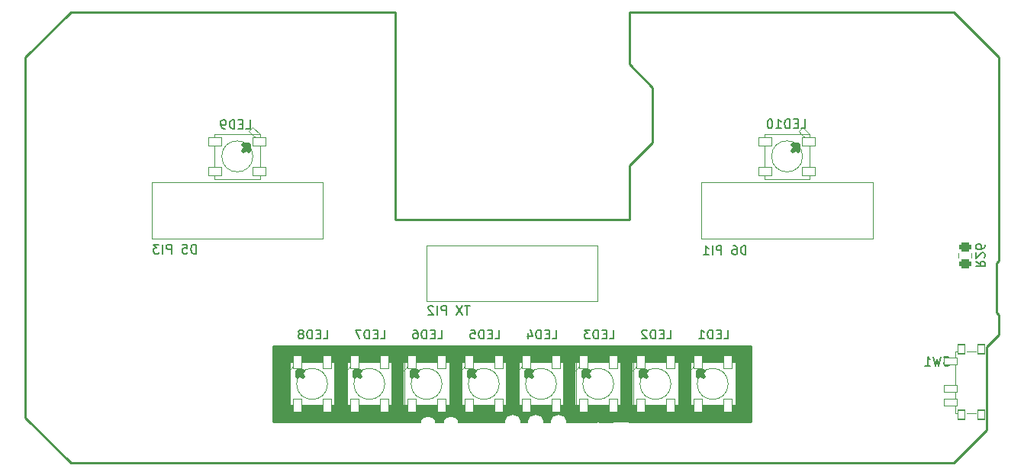
<source format=gbr>
%TF.GenerationSoftware,KiCad,Pcbnew,9.0.7*%
%TF.CreationDate,2026-01-30T16:58:59+00:00*%
%TF.ProjectId,FED3,46454433-2e6b-4696-9361-645f70636258,rev?*%
%TF.SameCoordinates,Original*%
%TF.FileFunction,Legend,Bot*%
%TF.FilePolarity,Positive*%
%FSLAX46Y46*%
G04 Gerber Fmt 4.6, Leading zero omitted, Abs format (unit mm)*
G04 Created by KiCad (PCBNEW 9.0.7) date 2026-01-30 16:58:59*
%MOMM*%
%LPD*%
G01*
G04 APERTURE LIST*
G04 Aperture macros list*
%AMRoundRect*
0 Rectangle with rounded corners*
0 $1 Rounding radius*
0 $2 $3 $4 $5 $6 $7 $8 $9 X,Y pos of 4 corners*
0 Add a 4 corners polygon primitive as box body*
4,1,4,$2,$3,$4,$5,$6,$7,$8,$9,$2,$3,0*
0 Add four circle primitives for the rounded corners*
1,1,$1+$1,$2,$3*
1,1,$1+$1,$4,$5*
1,1,$1+$1,$6,$7*
1,1,$1+$1,$8,$9*
0 Add four rect primitives between the rounded corners*
20,1,$1+$1,$2,$3,$4,$5,0*
20,1,$1+$1,$4,$5,$6,$7,0*
20,1,$1+$1,$6,$7,$8,$9,0*
20,1,$1+$1,$8,$9,$2,$3,0*%
%AMFreePoly0*
4,1,17,0.351552,0.797921,0.797921,0.351552,0.812800,0.315631,0.812800,-0.315631,0.797921,-0.351552,0.351552,-0.797921,0.315631,-0.812800,-0.315631,-0.812800,-0.351552,-0.797921,-0.797921,-0.351552,-0.812800,-0.315631,-0.812800,0.315631,-0.797921,0.351552,-0.351552,0.797921,-0.315631,0.812800,0.315631,0.812800,0.351552,0.797921,0.351552,0.797921,$1*%
G04 Aperture macros list end*
%ADD10C,0.508000*%
%ADD11C,0.200000*%
%ADD12C,0.100000*%
%ADD13C,1.700000*%
%ADD14R,1.200000X1.200000*%
%ADD15C,1.600000*%
%ADD16C,0.650000*%
%ADD17O,2.100000X1.000000*%
%ADD18O,1.800000X1.000000*%
%ADD19C,0.700000*%
%ADD20C,1.500000*%
%ADD21C,1.309600*%
%ADD22C,0.900000*%
%ADD23RoundRect,0.050800X-0.750000X0.350000X-0.750000X-0.350000X0.750000X-0.350000X0.750000X0.350000X0*%
%ADD24RoundRect,0.050800X0.400000X0.500000X-0.400000X0.500000X-0.400000X-0.500000X0.400000X-0.500000X0*%
%ADD25O,3.149600X1.625600*%
%ADD26C,2.900000*%
%ADD27C,1.625600*%
%ADD28C,3.500000*%
%ADD29FreePoly0,180.000000*%
%ADD30O,1.625600X3.149600*%
%ADD31R,1.700000X1.700000*%
%ADD32RoundRect,0.050800X0.750000X0.450000X-0.750000X0.450000X-0.750000X-0.450000X0.750000X-0.450000X0*%
%ADD33RoundRect,0.050800X-0.450000X0.750000X-0.450000X-0.750000X0.450000X-0.750000X0.450000X0.750000X0*%
%ADD34RoundRect,0.250000X0.450000X-0.262500X0.450000X0.262500X-0.450000X0.262500X-0.450000X-0.262500X0*%
%TA.AperFunction,Profile*%
%ADD35C,0.250000*%
%TD*%
G04 APERTURE END LIST*
D10*
X156413600Y-119843600D02*
X157048600Y-120478600D01*
X137363600Y-119843600D02*
X137998600Y-120478600D01*
X169113600Y-119843600D02*
X169748600Y-119843600D01*
X162763600Y-119843600D02*
X163398600Y-120478600D01*
X169113600Y-119843600D02*
X169748600Y-120478600D01*
X162763600Y-119843600D02*
X163398600Y-119843600D01*
X124663600Y-119843600D02*
X125298600Y-120478600D01*
X119291500Y-94735700D02*
X119291500Y-95370700D01*
X180251500Y-94735700D02*
X179616500Y-95370700D01*
X156413600Y-119843600D02*
X156413600Y-120478600D01*
X143713600Y-119843600D02*
X144348600Y-120478600D01*
X131013600Y-119843600D02*
X131013600Y-120478600D01*
X137363600Y-119843600D02*
X137363600Y-120478600D01*
X150063600Y-119843600D02*
X150698600Y-120478600D01*
X180251500Y-94735700D02*
X180251500Y-95370700D01*
X131013600Y-119843600D02*
X131648600Y-120478600D01*
X169113600Y-119843600D02*
X169113600Y-120478600D01*
X119291500Y-94735700D02*
X118656500Y-95370700D01*
X137363600Y-119843600D02*
X137998600Y-119843600D01*
X143713600Y-119843600D02*
X144348600Y-119843600D01*
X156413600Y-119843600D02*
X157048600Y-119843600D01*
X162763600Y-119843600D02*
X162763600Y-120478600D01*
X150063600Y-119843600D02*
X150063600Y-120478600D01*
X124663600Y-119843600D02*
X124663600Y-120478600D01*
X119291500Y-94735700D02*
X118656500Y-94735700D01*
X150063600Y-119843600D02*
X150698600Y-119843600D01*
X131013600Y-119843600D02*
X131648600Y-119843600D01*
X143713600Y-119843600D02*
X143713600Y-120478600D01*
X124663600Y-119843600D02*
X125298600Y-119843600D01*
X180251500Y-94735700D02*
X179616500Y-94735700D01*
D11*
X174430326Y-106917219D02*
X174430326Y-105917219D01*
X174430326Y-105917219D02*
X174192231Y-105917219D01*
X174192231Y-105917219D02*
X174049374Y-105964838D01*
X174049374Y-105964838D02*
X173954136Y-106060076D01*
X173954136Y-106060076D02*
X173906517Y-106155314D01*
X173906517Y-106155314D02*
X173858898Y-106345790D01*
X173858898Y-106345790D02*
X173858898Y-106488647D01*
X173858898Y-106488647D02*
X173906517Y-106679123D01*
X173906517Y-106679123D02*
X173954136Y-106774361D01*
X173954136Y-106774361D02*
X174049374Y-106869600D01*
X174049374Y-106869600D02*
X174192231Y-106917219D01*
X174192231Y-106917219D02*
X174430326Y-106917219D01*
X173001755Y-105917219D02*
X173192231Y-105917219D01*
X173192231Y-105917219D02*
X173287469Y-105964838D01*
X173287469Y-105964838D02*
X173335088Y-106012457D01*
X173335088Y-106012457D02*
X173430326Y-106155314D01*
X173430326Y-106155314D02*
X173477945Y-106345790D01*
X173477945Y-106345790D02*
X173477945Y-106726742D01*
X173477945Y-106726742D02*
X173430326Y-106821980D01*
X173430326Y-106821980D02*
X173382707Y-106869600D01*
X173382707Y-106869600D02*
X173287469Y-106917219D01*
X173287469Y-106917219D02*
X173096993Y-106917219D01*
X173096993Y-106917219D02*
X173001755Y-106869600D01*
X173001755Y-106869600D02*
X172954136Y-106821980D01*
X172954136Y-106821980D02*
X172906517Y-106726742D01*
X172906517Y-106726742D02*
X172906517Y-106488647D01*
X172906517Y-106488647D02*
X172954136Y-106393409D01*
X172954136Y-106393409D02*
X173001755Y-106345790D01*
X173001755Y-106345790D02*
X173096993Y-106298171D01*
X173096993Y-106298171D02*
X173287469Y-106298171D01*
X173287469Y-106298171D02*
X173382707Y-106345790D01*
X173382707Y-106345790D02*
X173430326Y-106393409D01*
X173430326Y-106393409D02*
X173477945Y-106488647D01*
X171716040Y-106917219D02*
X171716040Y-105917219D01*
X171716040Y-105917219D02*
X171335088Y-105917219D01*
X171335088Y-105917219D02*
X171239850Y-105964838D01*
X171239850Y-105964838D02*
X171192231Y-106012457D01*
X171192231Y-106012457D02*
X171144612Y-106107695D01*
X171144612Y-106107695D02*
X171144612Y-106250552D01*
X171144612Y-106250552D02*
X171192231Y-106345790D01*
X171192231Y-106345790D02*
X171239850Y-106393409D01*
X171239850Y-106393409D02*
X171335088Y-106441028D01*
X171335088Y-106441028D02*
X171716040Y-106441028D01*
X170716040Y-106917219D02*
X170716040Y-105917219D01*
X169716041Y-106917219D02*
X170287469Y-106917219D01*
X170001755Y-106917219D02*
X170001755Y-105917219D01*
X170001755Y-105917219D02*
X170096993Y-106060076D01*
X170096993Y-106060076D02*
X170192231Y-106155314D01*
X170192231Y-106155314D02*
X170287469Y-106202933D01*
X143798183Y-112592219D02*
X143226755Y-112592219D01*
X143512469Y-113592219D02*
X143512469Y-112592219D01*
X142988659Y-112592219D02*
X142321993Y-113592219D01*
X142321993Y-112592219D02*
X142988659Y-113592219D01*
X141179135Y-113592219D02*
X141179135Y-112592219D01*
X141179135Y-112592219D02*
X140798183Y-112592219D01*
X140798183Y-112592219D02*
X140702945Y-112639838D01*
X140702945Y-112639838D02*
X140655326Y-112687457D01*
X140655326Y-112687457D02*
X140607707Y-112782695D01*
X140607707Y-112782695D02*
X140607707Y-112925552D01*
X140607707Y-112925552D02*
X140655326Y-113020790D01*
X140655326Y-113020790D02*
X140702945Y-113068409D01*
X140702945Y-113068409D02*
X140798183Y-113116028D01*
X140798183Y-113116028D02*
X141179135Y-113116028D01*
X140179135Y-113592219D02*
X140179135Y-112592219D01*
X139750564Y-112687457D02*
X139702945Y-112639838D01*
X139702945Y-112639838D02*
X139607707Y-112592219D01*
X139607707Y-112592219D02*
X139369612Y-112592219D01*
X139369612Y-112592219D02*
X139274374Y-112639838D01*
X139274374Y-112639838D02*
X139226755Y-112687457D01*
X139226755Y-112687457D02*
X139179136Y-112782695D01*
X139179136Y-112782695D02*
X139179136Y-112877933D01*
X139179136Y-112877933D02*
X139226755Y-113020790D01*
X139226755Y-113020790D02*
X139798183Y-113592219D01*
X139798183Y-113592219D02*
X139179136Y-113592219D01*
X113405326Y-106792219D02*
X113405326Y-105792219D01*
X113405326Y-105792219D02*
X113167231Y-105792219D01*
X113167231Y-105792219D02*
X113024374Y-105839838D01*
X113024374Y-105839838D02*
X112929136Y-105935076D01*
X112929136Y-105935076D02*
X112881517Y-106030314D01*
X112881517Y-106030314D02*
X112833898Y-106220790D01*
X112833898Y-106220790D02*
X112833898Y-106363647D01*
X112833898Y-106363647D02*
X112881517Y-106554123D01*
X112881517Y-106554123D02*
X112929136Y-106649361D01*
X112929136Y-106649361D02*
X113024374Y-106744600D01*
X113024374Y-106744600D02*
X113167231Y-106792219D01*
X113167231Y-106792219D02*
X113405326Y-106792219D01*
X111929136Y-105792219D02*
X112405326Y-105792219D01*
X112405326Y-105792219D02*
X112452945Y-106268409D01*
X112452945Y-106268409D02*
X112405326Y-106220790D01*
X112405326Y-106220790D02*
X112310088Y-106173171D01*
X112310088Y-106173171D02*
X112071993Y-106173171D01*
X112071993Y-106173171D02*
X111976755Y-106220790D01*
X111976755Y-106220790D02*
X111929136Y-106268409D01*
X111929136Y-106268409D02*
X111881517Y-106363647D01*
X111881517Y-106363647D02*
X111881517Y-106601742D01*
X111881517Y-106601742D02*
X111929136Y-106696980D01*
X111929136Y-106696980D02*
X111976755Y-106744600D01*
X111976755Y-106744600D02*
X112071993Y-106792219D01*
X112071993Y-106792219D02*
X112310088Y-106792219D01*
X112310088Y-106792219D02*
X112405326Y-106744600D01*
X112405326Y-106744600D02*
X112452945Y-106696980D01*
X110691040Y-106792219D02*
X110691040Y-105792219D01*
X110691040Y-105792219D02*
X110310088Y-105792219D01*
X110310088Y-105792219D02*
X110214850Y-105839838D01*
X110214850Y-105839838D02*
X110167231Y-105887457D01*
X110167231Y-105887457D02*
X110119612Y-105982695D01*
X110119612Y-105982695D02*
X110119612Y-106125552D01*
X110119612Y-106125552D02*
X110167231Y-106220790D01*
X110167231Y-106220790D02*
X110214850Y-106268409D01*
X110214850Y-106268409D02*
X110310088Y-106316028D01*
X110310088Y-106316028D02*
X110691040Y-106316028D01*
X109691040Y-106792219D02*
X109691040Y-105792219D01*
X109310088Y-105792219D02*
X108691041Y-105792219D01*
X108691041Y-105792219D02*
X109024374Y-106173171D01*
X109024374Y-106173171D02*
X108881517Y-106173171D01*
X108881517Y-106173171D02*
X108786279Y-106220790D01*
X108786279Y-106220790D02*
X108738660Y-106268409D01*
X108738660Y-106268409D02*
X108691041Y-106363647D01*
X108691041Y-106363647D02*
X108691041Y-106601742D01*
X108691041Y-106601742D02*
X108738660Y-106696980D01*
X108738660Y-106696980D02*
X108786279Y-106744600D01*
X108786279Y-106744600D02*
X108881517Y-106792219D01*
X108881517Y-106792219D02*
X109167231Y-106792219D01*
X109167231Y-106792219D02*
X109262469Y-106744600D01*
X109262469Y-106744600D02*
X109310088Y-106696980D01*
X196988720Y-119189600D02*
X196845863Y-119237219D01*
X196845863Y-119237219D02*
X196607768Y-119237219D01*
X196607768Y-119237219D02*
X196512530Y-119189600D01*
X196512530Y-119189600D02*
X196464911Y-119141980D01*
X196464911Y-119141980D02*
X196417292Y-119046742D01*
X196417292Y-119046742D02*
X196417292Y-118951504D01*
X196417292Y-118951504D02*
X196464911Y-118856266D01*
X196464911Y-118856266D02*
X196512530Y-118808647D01*
X196512530Y-118808647D02*
X196607768Y-118761028D01*
X196607768Y-118761028D02*
X196798244Y-118713409D01*
X196798244Y-118713409D02*
X196893482Y-118665790D01*
X196893482Y-118665790D02*
X196941101Y-118618171D01*
X196941101Y-118618171D02*
X196988720Y-118522933D01*
X196988720Y-118522933D02*
X196988720Y-118427695D01*
X196988720Y-118427695D02*
X196941101Y-118332457D01*
X196941101Y-118332457D02*
X196893482Y-118284838D01*
X196893482Y-118284838D02*
X196798244Y-118237219D01*
X196798244Y-118237219D02*
X196560149Y-118237219D01*
X196560149Y-118237219D02*
X196417292Y-118284838D01*
X196083958Y-118237219D02*
X195845863Y-119237219D01*
X195845863Y-119237219D02*
X195655387Y-118522933D01*
X195655387Y-118522933D02*
X195464911Y-119237219D01*
X195464911Y-119237219D02*
X195226816Y-118237219D01*
X194322054Y-119237219D02*
X194893482Y-119237219D01*
X194607768Y-119237219D02*
X194607768Y-118237219D01*
X194607768Y-118237219D02*
X194703006Y-118380076D01*
X194703006Y-118380076D02*
X194798244Y-118475314D01*
X194798244Y-118475314D02*
X194893482Y-118522933D01*
X180536340Y-92887219D02*
X181012530Y-92887219D01*
X181012530Y-92887219D02*
X181012530Y-91887219D01*
X180203006Y-92363409D02*
X179869673Y-92363409D01*
X179726816Y-92887219D02*
X180203006Y-92887219D01*
X180203006Y-92887219D02*
X180203006Y-91887219D01*
X180203006Y-91887219D02*
X179726816Y-91887219D01*
X179298244Y-92887219D02*
X179298244Y-91887219D01*
X179298244Y-91887219D02*
X179060149Y-91887219D01*
X179060149Y-91887219D02*
X178917292Y-91934838D01*
X178917292Y-91934838D02*
X178822054Y-92030076D01*
X178822054Y-92030076D02*
X178774435Y-92125314D01*
X178774435Y-92125314D02*
X178726816Y-92315790D01*
X178726816Y-92315790D02*
X178726816Y-92458647D01*
X178726816Y-92458647D02*
X178774435Y-92649123D01*
X178774435Y-92649123D02*
X178822054Y-92744361D01*
X178822054Y-92744361D02*
X178917292Y-92839600D01*
X178917292Y-92839600D02*
X179060149Y-92887219D01*
X179060149Y-92887219D02*
X179298244Y-92887219D01*
X177774435Y-92887219D02*
X178345863Y-92887219D01*
X178060149Y-92887219D02*
X178060149Y-91887219D01*
X178060149Y-91887219D02*
X178155387Y-92030076D01*
X178155387Y-92030076D02*
X178250625Y-92125314D01*
X178250625Y-92125314D02*
X178345863Y-92172933D01*
X177155387Y-91887219D02*
X177060149Y-91887219D01*
X177060149Y-91887219D02*
X176964911Y-91934838D01*
X176964911Y-91934838D02*
X176917292Y-91982457D01*
X176917292Y-91982457D02*
X176869673Y-92077695D01*
X176869673Y-92077695D02*
X176822054Y-92268171D01*
X176822054Y-92268171D02*
X176822054Y-92506266D01*
X176822054Y-92506266D02*
X176869673Y-92696742D01*
X176869673Y-92696742D02*
X176917292Y-92791980D01*
X176917292Y-92791980D02*
X176964911Y-92839600D01*
X176964911Y-92839600D02*
X177060149Y-92887219D01*
X177060149Y-92887219D02*
X177155387Y-92887219D01*
X177155387Y-92887219D02*
X177250625Y-92839600D01*
X177250625Y-92839600D02*
X177298244Y-92791980D01*
X177298244Y-92791980D02*
X177345863Y-92696742D01*
X177345863Y-92696742D02*
X177393482Y-92506266D01*
X177393482Y-92506266D02*
X177393482Y-92268171D01*
X177393482Y-92268171D02*
X177345863Y-92077695D01*
X177345863Y-92077695D02*
X177298244Y-91982457D01*
X177298244Y-91982457D02*
X177250625Y-91934838D01*
X177250625Y-91934838D02*
X177155387Y-91887219D01*
X152944359Y-116270719D02*
X153420549Y-116270719D01*
X153420549Y-116270719D02*
X153420549Y-115270719D01*
X152611025Y-115746909D02*
X152277692Y-115746909D01*
X152134835Y-116270719D02*
X152611025Y-116270719D01*
X152611025Y-116270719D02*
X152611025Y-115270719D01*
X152611025Y-115270719D02*
X152134835Y-115270719D01*
X151706263Y-116270719D02*
X151706263Y-115270719D01*
X151706263Y-115270719D02*
X151468168Y-115270719D01*
X151468168Y-115270719D02*
X151325311Y-115318338D01*
X151325311Y-115318338D02*
X151230073Y-115413576D01*
X151230073Y-115413576D02*
X151182454Y-115508814D01*
X151182454Y-115508814D02*
X151134835Y-115699290D01*
X151134835Y-115699290D02*
X151134835Y-115842147D01*
X151134835Y-115842147D02*
X151182454Y-116032623D01*
X151182454Y-116032623D02*
X151230073Y-116127861D01*
X151230073Y-116127861D02*
X151325311Y-116223100D01*
X151325311Y-116223100D02*
X151468168Y-116270719D01*
X151468168Y-116270719D02*
X151706263Y-116270719D01*
X150277692Y-115604052D02*
X150277692Y-116270719D01*
X150515787Y-115223100D02*
X150753882Y-115937385D01*
X150753882Y-115937385D02*
X150134835Y-115937385D01*
X118933959Y-92937219D02*
X119410149Y-92937219D01*
X119410149Y-92937219D02*
X119410149Y-91937219D01*
X118600625Y-92413409D02*
X118267292Y-92413409D01*
X118124435Y-92937219D02*
X118600625Y-92937219D01*
X118600625Y-92937219D02*
X118600625Y-91937219D01*
X118600625Y-91937219D02*
X118124435Y-91937219D01*
X117695863Y-92937219D02*
X117695863Y-91937219D01*
X117695863Y-91937219D02*
X117457768Y-91937219D01*
X117457768Y-91937219D02*
X117314911Y-91984838D01*
X117314911Y-91984838D02*
X117219673Y-92080076D01*
X117219673Y-92080076D02*
X117172054Y-92175314D01*
X117172054Y-92175314D02*
X117124435Y-92365790D01*
X117124435Y-92365790D02*
X117124435Y-92508647D01*
X117124435Y-92508647D02*
X117172054Y-92699123D01*
X117172054Y-92699123D02*
X117219673Y-92794361D01*
X117219673Y-92794361D02*
X117314911Y-92889600D01*
X117314911Y-92889600D02*
X117457768Y-92937219D01*
X117457768Y-92937219D02*
X117695863Y-92937219D01*
X116648244Y-92937219D02*
X116457768Y-92937219D01*
X116457768Y-92937219D02*
X116362530Y-92889600D01*
X116362530Y-92889600D02*
X116314911Y-92841980D01*
X116314911Y-92841980D02*
X116219673Y-92699123D01*
X116219673Y-92699123D02*
X116172054Y-92508647D01*
X116172054Y-92508647D02*
X116172054Y-92127695D01*
X116172054Y-92127695D02*
X116219673Y-92032457D01*
X116219673Y-92032457D02*
X116267292Y-91984838D01*
X116267292Y-91984838D02*
X116362530Y-91937219D01*
X116362530Y-91937219D02*
X116553006Y-91937219D01*
X116553006Y-91937219D02*
X116648244Y-91984838D01*
X116648244Y-91984838D02*
X116695863Y-92032457D01*
X116695863Y-92032457D02*
X116743482Y-92127695D01*
X116743482Y-92127695D02*
X116743482Y-92365790D01*
X116743482Y-92365790D02*
X116695863Y-92461028D01*
X116695863Y-92461028D02*
X116648244Y-92508647D01*
X116648244Y-92508647D02*
X116553006Y-92556266D01*
X116553006Y-92556266D02*
X116362530Y-92556266D01*
X116362530Y-92556266D02*
X116267292Y-92508647D01*
X116267292Y-92508647D02*
X116219673Y-92461028D01*
X116219673Y-92461028D02*
X116172054Y-92365790D01*
X127544359Y-116270719D02*
X128020549Y-116270719D01*
X128020549Y-116270719D02*
X128020549Y-115270719D01*
X127211025Y-115746909D02*
X126877692Y-115746909D01*
X126734835Y-116270719D02*
X127211025Y-116270719D01*
X127211025Y-116270719D02*
X127211025Y-115270719D01*
X127211025Y-115270719D02*
X126734835Y-115270719D01*
X126306263Y-116270719D02*
X126306263Y-115270719D01*
X126306263Y-115270719D02*
X126068168Y-115270719D01*
X126068168Y-115270719D02*
X125925311Y-115318338D01*
X125925311Y-115318338D02*
X125830073Y-115413576D01*
X125830073Y-115413576D02*
X125782454Y-115508814D01*
X125782454Y-115508814D02*
X125734835Y-115699290D01*
X125734835Y-115699290D02*
X125734835Y-115842147D01*
X125734835Y-115842147D02*
X125782454Y-116032623D01*
X125782454Y-116032623D02*
X125830073Y-116127861D01*
X125830073Y-116127861D02*
X125925311Y-116223100D01*
X125925311Y-116223100D02*
X126068168Y-116270719D01*
X126068168Y-116270719D02*
X126306263Y-116270719D01*
X125163406Y-115699290D02*
X125258644Y-115651671D01*
X125258644Y-115651671D02*
X125306263Y-115604052D01*
X125306263Y-115604052D02*
X125353882Y-115508814D01*
X125353882Y-115508814D02*
X125353882Y-115461195D01*
X125353882Y-115461195D02*
X125306263Y-115365957D01*
X125306263Y-115365957D02*
X125258644Y-115318338D01*
X125258644Y-115318338D02*
X125163406Y-115270719D01*
X125163406Y-115270719D02*
X124972930Y-115270719D01*
X124972930Y-115270719D02*
X124877692Y-115318338D01*
X124877692Y-115318338D02*
X124830073Y-115365957D01*
X124830073Y-115365957D02*
X124782454Y-115461195D01*
X124782454Y-115461195D02*
X124782454Y-115508814D01*
X124782454Y-115508814D02*
X124830073Y-115604052D01*
X124830073Y-115604052D02*
X124877692Y-115651671D01*
X124877692Y-115651671D02*
X124972930Y-115699290D01*
X124972930Y-115699290D02*
X125163406Y-115699290D01*
X125163406Y-115699290D02*
X125258644Y-115746909D01*
X125258644Y-115746909D02*
X125306263Y-115794528D01*
X125306263Y-115794528D02*
X125353882Y-115889766D01*
X125353882Y-115889766D02*
X125353882Y-116080242D01*
X125353882Y-116080242D02*
X125306263Y-116175480D01*
X125306263Y-116175480D02*
X125258644Y-116223100D01*
X125258644Y-116223100D02*
X125163406Y-116270719D01*
X125163406Y-116270719D02*
X124972930Y-116270719D01*
X124972930Y-116270719D02*
X124877692Y-116223100D01*
X124877692Y-116223100D02*
X124830073Y-116175480D01*
X124830073Y-116175480D02*
X124782454Y-116080242D01*
X124782454Y-116080242D02*
X124782454Y-115889766D01*
X124782454Y-115889766D02*
X124830073Y-115794528D01*
X124830073Y-115794528D02*
X124877692Y-115746909D01*
X124877692Y-115746909D02*
X124972930Y-115699290D01*
X159294359Y-116270719D02*
X159770549Y-116270719D01*
X159770549Y-116270719D02*
X159770549Y-115270719D01*
X158961025Y-115746909D02*
X158627692Y-115746909D01*
X158484835Y-116270719D02*
X158961025Y-116270719D01*
X158961025Y-116270719D02*
X158961025Y-115270719D01*
X158961025Y-115270719D02*
X158484835Y-115270719D01*
X158056263Y-116270719D02*
X158056263Y-115270719D01*
X158056263Y-115270719D02*
X157818168Y-115270719D01*
X157818168Y-115270719D02*
X157675311Y-115318338D01*
X157675311Y-115318338D02*
X157580073Y-115413576D01*
X157580073Y-115413576D02*
X157532454Y-115508814D01*
X157532454Y-115508814D02*
X157484835Y-115699290D01*
X157484835Y-115699290D02*
X157484835Y-115842147D01*
X157484835Y-115842147D02*
X157532454Y-116032623D01*
X157532454Y-116032623D02*
X157580073Y-116127861D01*
X157580073Y-116127861D02*
X157675311Y-116223100D01*
X157675311Y-116223100D02*
X157818168Y-116270719D01*
X157818168Y-116270719D02*
X158056263Y-116270719D01*
X157151501Y-115270719D02*
X156532454Y-115270719D01*
X156532454Y-115270719D02*
X156865787Y-115651671D01*
X156865787Y-115651671D02*
X156722930Y-115651671D01*
X156722930Y-115651671D02*
X156627692Y-115699290D01*
X156627692Y-115699290D02*
X156580073Y-115746909D01*
X156580073Y-115746909D02*
X156532454Y-115842147D01*
X156532454Y-115842147D02*
X156532454Y-116080242D01*
X156532454Y-116080242D02*
X156580073Y-116175480D01*
X156580073Y-116175480D02*
X156627692Y-116223100D01*
X156627692Y-116223100D02*
X156722930Y-116270719D01*
X156722930Y-116270719D02*
X157008644Y-116270719D01*
X157008644Y-116270719D02*
X157103882Y-116223100D01*
X157103882Y-116223100D02*
X157151501Y-116175480D01*
X171994359Y-116270719D02*
X172470549Y-116270719D01*
X172470549Y-116270719D02*
X172470549Y-115270719D01*
X171661025Y-115746909D02*
X171327692Y-115746909D01*
X171184835Y-116270719D02*
X171661025Y-116270719D01*
X171661025Y-116270719D02*
X171661025Y-115270719D01*
X171661025Y-115270719D02*
X171184835Y-115270719D01*
X170756263Y-116270719D02*
X170756263Y-115270719D01*
X170756263Y-115270719D02*
X170518168Y-115270719D01*
X170518168Y-115270719D02*
X170375311Y-115318338D01*
X170375311Y-115318338D02*
X170280073Y-115413576D01*
X170280073Y-115413576D02*
X170232454Y-115508814D01*
X170232454Y-115508814D02*
X170184835Y-115699290D01*
X170184835Y-115699290D02*
X170184835Y-115842147D01*
X170184835Y-115842147D02*
X170232454Y-116032623D01*
X170232454Y-116032623D02*
X170280073Y-116127861D01*
X170280073Y-116127861D02*
X170375311Y-116223100D01*
X170375311Y-116223100D02*
X170518168Y-116270719D01*
X170518168Y-116270719D02*
X170756263Y-116270719D01*
X169232454Y-116270719D02*
X169803882Y-116270719D01*
X169518168Y-116270719D02*
X169518168Y-115270719D01*
X169518168Y-115270719D02*
X169613406Y-115413576D01*
X169613406Y-115413576D02*
X169708644Y-115508814D01*
X169708644Y-115508814D02*
X169803882Y-115556433D01*
X199947780Y-107642857D02*
X200423971Y-107976190D01*
X199947780Y-108214285D02*
X200947780Y-108214285D01*
X200947780Y-108214285D02*
X200947780Y-107833333D01*
X200947780Y-107833333D02*
X200900161Y-107738095D01*
X200900161Y-107738095D02*
X200852542Y-107690476D01*
X200852542Y-107690476D02*
X200757304Y-107642857D01*
X200757304Y-107642857D02*
X200614447Y-107642857D01*
X200614447Y-107642857D02*
X200519209Y-107690476D01*
X200519209Y-107690476D02*
X200471590Y-107738095D01*
X200471590Y-107738095D02*
X200423971Y-107833333D01*
X200423971Y-107833333D02*
X200423971Y-108214285D01*
X200852542Y-107261904D02*
X200900161Y-107214285D01*
X200900161Y-107214285D02*
X200947780Y-107119047D01*
X200947780Y-107119047D02*
X200947780Y-106880952D01*
X200947780Y-106880952D02*
X200900161Y-106785714D01*
X200900161Y-106785714D02*
X200852542Y-106738095D01*
X200852542Y-106738095D02*
X200757304Y-106690476D01*
X200757304Y-106690476D02*
X200662066Y-106690476D01*
X200662066Y-106690476D02*
X200519209Y-106738095D01*
X200519209Y-106738095D02*
X199947780Y-107309523D01*
X199947780Y-107309523D02*
X199947780Y-106690476D01*
X200947780Y-105833333D02*
X200947780Y-106023809D01*
X200947780Y-106023809D02*
X200900161Y-106119047D01*
X200900161Y-106119047D02*
X200852542Y-106166666D01*
X200852542Y-106166666D02*
X200709685Y-106261904D01*
X200709685Y-106261904D02*
X200519209Y-106309523D01*
X200519209Y-106309523D02*
X200138257Y-106309523D01*
X200138257Y-106309523D02*
X200043019Y-106261904D01*
X200043019Y-106261904D02*
X199995400Y-106214285D01*
X199995400Y-106214285D02*
X199947780Y-106119047D01*
X199947780Y-106119047D02*
X199947780Y-105928571D01*
X199947780Y-105928571D02*
X199995400Y-105833333D01*
X199995400Y-105833333D02*
X200043019Y-105785714D01*
X200043019Y-105785714D02*
X200138257Y-105738095D01*
X200138257Y-105738095D02*
X200376352Y-105738095D01*
X200376352Y-105738095D02*
X200471590Y-105785714D01*
X200471590Y-105785714D02*
X200519209Y-105833333D01*
X200519209Y-105833333D02*
X200566828Y-105928571D01*
X200566828Y-105928571D02*
X200566828Y-106119047D01*
X200566828Y-106119047D02*
X200519209Y-106214285D01*
X200519209Y-106214285D02*
X200471590Y-106261904D01*
X200471590Y-106261904D02*
X200376352Y-106309523D01*
X165644359Y-116270719D02*
X166120549Y-116270719D01*
X166120549Y-116270719D02*
X166120549Y-115270719D01*
X165311025Y-115746909D02*
X164977692Y-115746909D01*
X164834835Y-116270719D02*
X165311025Y-116270719D01*
X165311025Y-116270719D02*
X165311025Y-115270719D01*
X165311025Y-115270719D02*
X164834835Y-115270719D01*
X164406263Y-116270719D02*
X164406263Y-115270719D01*
X164406263Y-115270719D02*
X164168168Y-115270719D01*
X164168168Y-115270719D02*
X164025311Y-115318338D01*
X164025311Y-115318338D02*
X163930073Y-115413576D01*
X163930073Y-115413576D02*
X163882454Y-115508814D01*
X163882454Y-115508814D02*
X163834835Y-115699290D01*
X163834835Y-115699290D02*
X163834835Y-115842147D01*
X163834835Y-115842147D02*
X163882454Y-116032623D01*
X163882454Y-116032623D02*
X163930073Y-116127861D01*
X163930073Y-116127861D02*
X164025311Y-116223100D01*
X164025311Y-116223100D02*
X164168168Y-116270719D01*
X164168168Y-116270719D02*
X164406263Y-116270719D01*
X163453882Y-115365957D02*
X163406263Y-115318338D01*
X163406263Y-115318338D02*
X163311025Y-115270719D01*
X163311025Y-115270719D02*
X163072930Y-115270719D01*
X163072930Y-115270719D02*
X162977692Y-115318338D01*
X162977692Y-115318338D02*
X162930073Y-115365957D01*
X162930073Y-115365957D02*
X162882454Y-115461195D01*
X162882454Y-115461195D02*
X162882454Y-115556433D01*
X162882454Y-115556433D02*
X162930073Y-115699290D01*
X162930073Y-115699290D02*
X163501501Y-116270719D01*
X163501501Y-116270719D02*
X162882454Y-116270719D01*
X140244359Y-116270719D02*
X140720549Y-116270719D01*
X140720549Y-116270719D02*
X140720549Y-115270719D01*
X139911025Y-115746909D02*
X139577692Y-115746909D01*
X139434835Y-116270719D02*
X139911025Y-116270719D01*
X139911025Y-116270719D02*
X139911025Y-115270719D01*
X139911025Y-115270719D02*
X139434835Y-115270719D01*
X139006263Y-116270719D02*
X139006263Y-115270719D01*
X139006263Y-115270719D02*
X138768168Y-115270719D01*
X138768168Y-115270719D02*
X138625311Y-115318338D01*
X138625311Y-115318338D02*
X138530073Y-115413576D01*
X138530073Y-115413576D02*
X138482454Y-115508814D01*
X138482454Y-115508814D02*
X138434835Y-115699290D01*
X138434835Y-115699290D02*
X138434835Y-115842147D01*
X138434835Y-115842147D02*
X138482454Y-116032623D01*
X138482454Y-116032623D02*
X138530073Y-116127861D01*
X138530073Y-116127861D02*
X138625311Y-116223100D01*
X138625311Y-116223100D02*
X138768168Y-116270719D01*
X138768168Y-116270719D02*
X139006263Y-116270719D01*
X137577692Y-115270719D02*
X137768168Y-115270719D01*
X137768168Y-115270719D02*
X137863406Y-115318338D01*
X137863406Y-115318338D02*
X137911025Y-115365957D01*
X137911025Y-115365957D02*
X138006263Y-115508814D01*
X138006263Y-115508814D02*
X138053882Y-115699290D01*
X138053882Y-115699290D02*
X138053882Y-116080242D01*
X138053882Y-116080242D02*
X138006263Y-116175480D01*
X138006263Y-116175480D02*
X137958644Y-116223100D01*
X137958644Y-116223100D02*
X137863406Y-116270719D01*
X137863406Y-116270719D02*
X137672930Y-116270719D01*
X137672930Y-116270719D02*
X137577692Y-116223100D01*
X137577692Y-116223100D02*
X137530073Y-116175480D01*
X137530073Y-116175480D02*
X137482454Y-116080242D01*
X137482454Y-116080242D02*
X137482454Y-115842147D01*
X137482454Y-115842147D02*
X137530073Y-115746909D01*
X137530073Y-115746909D02*
X137577692Y-115699290D01*
X137577692Y-115699290D02*
X137672930Y-115651671D01*
X137672930Y-115651671D02*
X137863406Y-115651671D01*
X137863406Y-115651671D02*
X137958644Y-115699290D01*
X137958644Y-115699290D02*
X138006263Y-115746909D01*
X138006263Y-115746909D02*
X138053882Y-115842147D01*
X133894359Y-116270719D02*
X134370549Y-116270719D01*
X134370549Y-116270719D02*
X134370549Y-115270719D01*
X133561025Y-115746909D02*
X133227692Y-115746909D01*
X133084835Y-116270719D02*
X133561025Y-116270719D01*
X133561025Y-116270719D02*
X133561025Y-115270719D01*
X133561025Y-115270719D02*
X133084835Y-115270719D01*
X132656263Y-116270719D02*
X132656263Y-115270719D01*
X132656263Y-115270719D02*
X132418168Y-115270719D01*
X132418168Y-115270719D02*
X132275311Y-115318338D01*
X132275311Y-115318338D02*
X132180073Y-115413576D01*
X132180073Y-115413576D02*
X132132454Y-115508814D01*
X132132454Y-115508814D02*
X132084835Y-115699290D01*
X132084835Y-115699290D02*
X132084835Y-115842147D01*
X132084835Y-115842147D02*
X132132454Y-116032623D01*
X132132454Y-116032623D02*
X132180073Y-116127861D01*
X132180073Y-116127861D02*
X132275311Y-116223100D01*
X132275311Y-116223100D02*
X132418168Y-116270719D01*
X132418168Y-116270719D02*
X132656263Y-116270719D01*
X131751501Y-115270719D02*
X131084835Y-115270719D01*
X131084835Y-115270719D02*
X131513406Y-116270719D01*
X146594359Y-116270719D02*
X147070549Y-116270719D01*
X147070549Y-116270719D02*
X147070549Y-115270719D01*
X146261025Y-115746909D02*
X145927692Y-115746909D01*
X145784835Y-116270719D02*
X146261025Y-116270719D01*
X146261025Y-116270719D02*
X146261025Y-115270719D01*
X146261025Y-115270719D02*
X145784835Y-115270719D01*
X145356263Y-116270719D02*
X145356263Y-115270719D01*
X145356263Y-115270719D02*
X145118168Y-115270719D01*
X145118168Y-115270719D02*
X144975311Y-115318338D01*
X144975311Y-115318338D02*
X144880073Y-115413576D01*
X144880073Y-115413576D02*
X144832454Y-115508814D01*
X144832454Y-115508814D02*
X144784835Y-115699290D01*
X144784835Y-115699290D02*
X144784835Y-115842147D01*
X144784835Y-115842147D02*
X144832454Y-116032623D01*
X144832454Y-116032623D02*
X144880073Y-116127861D01*
X144880073Y-116127861D02*
X144975311Y-116223100D01*
X144975311Y-116223100D02*
X145118168Y-116270719D01*
X145118168Y-116270719D02*
X145356263Y-116270719D01*
X143880073Y-115270719D02*
X144356263Y-115270719D01*
X144356263Y-115270719D02*
X144403882Y-115746909D01*
X144403882Y-115746909D02*
X144356263Y-115699290D01*
X144356263Y-115699290D02*
X144261025Y-115651671D01*
X144261025Y-115651671D02*
X144022930Y-115651671D01*
X144022930Y-115651671D02*
X143927692Y-115699290D01*
X143927692Y-115699290D02*
X143880073Y-115746909D01*
X143880073Y-115746909D02*
X143832454Y-115842147D01*
X143832454Y-115842147D02*
X143832454Y-116080242D01*
X143832454Y-116080242D02*
X143880073Y-116175480D01*
X143880073Y-116175480D02*
X143927692Y-116223100D01*
X143927692Y-116223100D02*
X144022930Y-116270719D01*
X144022930Y-116270719D02*
X144261025Y-116270719D01*
X144261025Y-116270719D02*
X144356263Y-116223100D01*
X144356263Y-116223100D02*
X144403882Y-116175480D01*
D12*
%TO.C,PI1*%
X169501100Y-98903600D02*
X169501100Y-105103600D01*
X169501100Y-105103600D02*
X188501100Y-105103600D01*
X188501100Y-98903600D02*
X169501100Y-98903600D01*
X188501100Y-98903600D02*
X188501100Y-98903600D01*
X188501100Y-105103600D02*
X188501100Y-98903600D01*
%TO.C,PI2*%
X139001100Y-105903600D02*
X139001100Y-112103600D01*
X139001100Y-112103600D02*
X158001100Y-112103600D01*
X158001100Y-105903600D02*
X139001100Y-105903600D01*
X158001100Y-105903600D02*
X158001100Y-105903600D01*
X158001100Y-112103600D02*
X158001100Y-105903600D01*
%TO.C,PI3*%
X108501100Y-98903600D02*
X108501100Y-105103600D01*
X108501100Y-105103600D02*
X127501100Y-105103600D01*
X127501100Y-98903600D02*
X108501100Y-98903600D01*
X127501100Y-98903600D02*
X127501100Y-98903600D01*
X127501100Y-105103600D02*
X127501100Y-98903600D01*
%TO.C,SW1*%
X197700000Y-117650000D02*
X197700000Y-124500000D01*
X197700000Y-124500000D02*
X197800000Y-124500000D01*
X197800000Y-117650000D02*
X197700000Y-117650000D01*
X198900000Y-124500000D02*
X200000000Y-124500000D01*
X200000000Y-117650000D02*
X198900000Y-117650000D01*
X201100000Y-124500000D02*
X201150000Y-124500000D01*
X201150000Y-117650000D02*
X201100000Y-117650000D01*
X201150000Y-124500000D02*
X201150000Y-117650000D01*
%TO.C,LED10*%
X176501100Y-93500400D02*
X176501100Y-98500400D01*
X176501100Y-98500400D02*
X181501100Y-98500400D01*
X180301100Y-93200400D02*
X180701100Y-92800400D01*
X180601100Y-93500400D02*
X176501100Y-93500400D01*
X180601100Y-93500400D02*
X180301100Y-93200400D01*
X180701100Y-92800400D02*
X181501100Y-93500400D01*
X181501100Y-93500400D02*
X180601100Y-93500400D01*
X181501100Y-94400400D02*
X180601100Y-93500400D01*
X181501100Y-94400400D02*
X181501100Y-93500400D01*
X181501100Y-98500400D02*
X181501100Y-94400400D01*
X180721562Y-96000400D02*
G75*
G02*
X177280638Y-96000400I-1720462J0D01*
G01*
X177280638Y-96000400D02*
G75*
G02*
X180721562Y-96000400I1720462J0D01*
G01*
%TO.C,LED4*%
X148501900Y-119566000D02*
X149201900Y-118766000D01*
X148901900Y-119966000D02*
X148501900Y-119566000D01*
X149201900Y-118766000D02*
X149201900Y-119666000D01*
X149201900Y-119666000D02*
X148901900Y-119966000D01*
X149201900Y-119666000D02*
X149201900Y-123766000D01*
X149201900Y-123766000D02*
X154201900Y-123766000D01*
X150101900Y-118766000D02*
X149201900Y-118766000D01*
X150101900Y-118766000D02*
X149201900Y-119666000D01*
X154201900Y-118766000D02*
X150101900Y-118766000D01*
X154201900Y-123766000D02*
X154201900Y-118766000D01*
X153422362Y-121266000D02*
G75*
G02*
X149981438Y-121266000I-1720462J0D01*
G01*
X149981438Y-121266000D02*
G75*
G02*
X153422362Y-121266000I1720462J0D01*
G01*
%TO.C,LED9*%
X115501100Y-93500400D02*
X115501100Y-98500400D01*
X115501100Y-98500400D02*
X120501100Y-98500400D01*
X119301100Y-93200400D02*
X119701100Y-92800400D01*
X119601100Y-93500400D02*
X115501100Y-93500400D01*
X119601100Y-93500400D02*
X119301100Y-93200400D01*
X119701100Y-92800400D02*
X120501100Y-93500400D01*
X120501100Y-93500400D02*
X119601100Y-93500400D01*
X120501100Y-94400400D02*
X119601100Y-93500400D01*
X120501100Y-94400400D02*
X120501100Y-93500400D01*
X120501100Y-98500400D02*
X120501100Y-94400400D01*
X119721562Y-96000400D02*
G75*
G02*
X116280638Y-96000400I-1720462J0D01*
G01*
X116280638Y-96000400D02*
G75*
G02*
X119721562Y-96000400I1720462J0D01*
G01*
%TO.C,LED8*%
X123101900Y-119566000D02*
X123801900Y-118766000D01*
X123501900Y-119966000D02*
X123101900Y-119566000D01*
X123801900Y-118766000D02*
X123801900Y-119666000D01*
X123801900Y-119666000D02*
X123501900Y-119966000D01*
X123801900Y-119666000D02*
X123801900Y-123766000D01*
X123801900Y-123766000D02*
X128801900Y-123766000D01*
X124701900Y-118766000D02*
X123801900Y-118766000D01*
X124701900Y-118766000D02*
X123801900Y-119666000D01*
X128801900Y-118766000D02*
X124701900Y-118766000D01*
X128801900Y-123766000D02*
X128801900Y-118766000D01*
X128022362Y-121266000D02*
G75*
G02*
X124581438Y-121266000I-1720462J0D01*
G01*
X124581438Y-121266000D02*
G75*
G02*
X128022362Y-121266000I1720462J0D01*
G01*
%TO.C,LED3*%
X154851900Y-119566000D02*
X155551900Y-118766000D01*
X155251900Y-119966000D02*
X154851900Y-119566000D01*
X155551900Y-118766000D02*
X155551900Y-119666000D01*
X155551900Y-119666000D02*
X155251900Y-119966000D01*
X155551900Y-119666000D02*
X155551900Y-123766000D01*
X155551900Y-123766000D02*
X160551900Y-123766000D01*
X156451900Y-118766000D02*
X155551900Y-118766000D01*
X156451900Y-118766000D02*
X155551900Y-119666000D01*
X160551900Y-118766000D02*
X156451900Y-118766000D01*
X160551900Y-123766000D02*
X160551900Y-118766000D01*
X159772362Y-121266000D02*
G75*
G02*
X156331438Y-121266000I-1720462J0D01*
G01*
X156331438Y-121266000D02*
G75*
G02*
X159772362Y-121266000I1720462J0D01*
G01*
%TO.C,LED1*%
X167551900Y-119566000D02*
X168251900Y-118766000D01*
X167951900Y-119966000D02*
X167551900Y-119566000D01*
X168251900Y-118766000D02*
X168251900Y-119666000D01*
X168251900Y-119666000D02*
X167951900Y-119966000D01*
X168251900Y-119666000D02*
X168251900Y-123766000D01*
X168251900Y-123766000D02*
X173251900Y-123766000D01*
X169151900Y-118766000D02*
X168251900Y-118766000D01*
X169151900Y-118766000D02*
X168251900Y-119666000D01*
X173251900Y-118766000D02*
X169151900Y-118766000D01*
X173251900Y-123766000D02*
X173251900Y-118766000D01*
X172472362Y-121266000D02*
G75*
G02*
X169031438Y-121266000I-1720462J0D01*
G01*
X169031438Y-121266000D02*
G75*
G02*
X172472362Y-121266000I1720462J0D01*
G01*
%TO.C,R26*%
X198015000Y-107227064D02*
X198015000Y-106772936D01*
X199485000Y-107227064D02*
X199485000Y-106772936D01*
%TO.C,LED2*%
X161201900Y-119566000D02*
X161901900Y-118766000D01*
X161601900Y-119966000D02*
X161201900Y-119566000D01*
X161901900Y-118766000D02*
X161901900Y-119666000D01*
X161901900Y-119666000D02*
X161601900Y-119966000D01*
X161901900Y-119666000D02*
X161901900Y-123766000D01*
X161901900Y-123766000D02*
X166901900Y-123766000D01*
X162801900Y-118766000D02*
X161901900Y-118766000D01*
X162801900Y-118766000D02*
X161901900Y-119666000D01*
X166901900Y-118766000D02*
X162801900Y-118766000D01*
X166901900Y-123766000D02*
X166901900Y-118766000D01*
X166122362Y-121266000D02*
G75*
G02*
X162681438Y-121266000I-1720462J0D01*
G01*
X162681438Y-121266000D02*
G75*
G02*
X166122362Y-121266000I1720462J0D01*
G01*
%TO.C,LED6*%
X135801900Y-119566000D02*
X136501900Y-118766000D01*
X136201900Y-119966000D02*
X135801900Y-119566000D01*
X136501900Y-118766000D02*
X136501900Y-119666000D01*
X136501900Y-119666000D02*
X136201900Y-119966000D01*
X136501900Y-119666000D02*
X136501900Y-123766000D01*
X136501900Y-123766000D02*
X141501900Y-123766000D01*
X137401900Y-118766000D02*
X136501900Y-118766000D01*
X137401900Y-118766000D02*
X136501900Y-119666000D01*
X141501900Y-118766000D02*
X137401900Y-118766000D01*
X141501900Y-123766000D02*
X141501900Y-118766000D01*
X140722362Y-121266000D02*
G75*
G02*
X137281438Y-121266000I-1720462J0D01*
G01*
X137281438Y-121266000D02*
G75*
G02*
X140722362Y-121266000I1720462J0D01*
G01*
%TO.C,LED7*%
X129451900Y-119566000D02*
X130151900Y-118766000D01*
X129851900Y-119966000D02*
X129451900Y-119566000D01*
X130151900Y-118766000D02*
X130151900Y-119666000D01*
X130151900Y-119666000D02*
X129851900Y-119966000D01*
X130151900Y-119666000D02*
X130151900Y-123766000D01*
X130151900Y-123766000D02*
X135151900Y-123766000D01*
X131051900Y-118766000D02*
X130151900Y-118766000D01*
X131051900Y-118766000D02*
X130151900Y-119666000D01*
X135151900Y-118766000D02*
X131051900Y-118766000D01*
X135151900Y-123766000D02*
X135151900Y-118766000D01*
X134372362Y-121266000D02*
G75*
G02*
X130931438Y-121266000I-1720462J0D01*
G01*
X130931438Y-121266000D02*
G75*
G02*
X134372362Y-121266000I1720462J0D01*
G01*
%TO.C,LED5*%
X142151900Y-119566000D02*
X142851900Y-118766000D01*
X142551900Y-119966000D02*
X142151900Y-119566000D01*
X142851900Y-118766000D02*
X142851900Y-119666000D01*
X142851900Y-119666000D02*
X142551900Y-119966000D01*
X142851900Y-119666000D02*
X142851900Y-123766000D01*
X142851900Y-123766000D02*
X147851900Y-123766000D01*
X143751900Y-118766000D02*
X142851900Y-118766000D01*
X143751900Y-118766000D02*
X142851900Y-119666000D01*
X147851900Y-118766000D02*
X143751900Y-118766000D01*
X147851900Y-123766000D02*
X147851900Y-118766000D01*
X147072362Y-121266000D02*
G75*
G02*
X143631438Y-121266000I-1720462J0D01*
G01*
X143631438Y-121266000D02*
G75*
G02*
X147072362Y-121266000I1720462J0D01*
G01*
%TD*%
G36*
X123844939Y-123378085D02*
G01*
X123890694Y-123430889D01*
X123901900Y-123482400D01*
X123901900Y-123608400D01*
X128767700Y-123608400D01*
X128767700Y-123482400D01*
X128787385Y-123415361D01*
X128840189Y-123369606D01*
X128891700Y-123358400D01*
X130027900Y-123358400D01*
X130094939Y-123378085D01*
X130140694Y-123430889D01*
X130151900Y-123482400D01*
X130151900Y-123608400D01*
X135115800Y-123608400D01*
X135115800Y-123482400D01*
X135135485Y-123415361D01*
X135188289Y-123369606D01*
X135239800Y-123358400D01*
X136376000Y-123358400D01*
X136443039Y-123378085D01*
X136488794Y-123430889D01*
X136500000Y-123482400D01*
X136500000Y-123608400D01*
X141515800Y-123608400D01*
X141515800Y-123482400D01*
X141535485Y-123415361D01*
X141588289Y-123369606D01*
X141639800Y-123358400D01*
X142776000Y-123358400D01*
X142843039Y-123378085D01*
X142888794Y-123430889D01*
X142900000Y-123482400D01*
X142900000Y-123608400D01*
X147817700Y-123608400D01*
X147817700Y-123482400D01*
X147837385Y-123415361D01*
X147890189Y-123369606D01*
X147941700Y-123358400D01*
X149077900Y-123358400D01*
X149144939Y-123378085D01*
X149190694Y-123430889D01*
X149201900Y-123482400D01*
X149201900Y-123608400D01*
X154115800Y-123608400D01*
X154115800Y-123482400D01*
X154135485Y-123415361D01*
X154188289Y-123369606D01*
X154239800Y-123358400D01*
X155376000Y-123358400D01*
X155443039Y-123378085D01*
X155488794Y-123430889D01*
X155500000Y-123482400D01*
X155500000Y-123608400D01*
X160507900Y-123608400D01*
X160507900Y-123482400D01*
X160527585Y-123415361D01*
X160580389Y-123369606D01*
X160631900Y-123358400D01*
X161768100Y-123358400D01*
X161835139Y-123378085D01*
X161880894Y-123430889D01*
X161892100Y-123482400D01*
X161892100Y-123608400D01*
X166896200Y-123608400D01*
X166896200Y-123482400D01*
X166915885Y-123415361D01*
X166968689Y-123369606D01*
X167020200Y-123358400D01*
X168156400Y-123358400D01*
X168223439Y-123378085D01*
X168269194Y-123430889D01*
X168280400Y-123482400D01*
X168280400Y-123608400D01*
X173267600Y-123608400D01*
X173267600Y-123482400D01*
X173287285Y-123415361D01*
X173340089Y-123369606D01*
X173391600Y-123358400D01*
X175022100Y-123358400D01*
X175089139Y-123378085D01*
X175134894Y-123430889D01*
X175146100Y-123482400D01*
X175146100Y-125468600D01*
X175126415Y-125535639D01*
X175073611Y-125581394D01*
X175022100Y-125592600D01*
X122041700Y-125592600D01*
X121974661Y-125572915D01*
X121928906Y-125520111D01*
X121917700Y-125468600D01*
X121917700Y-123482400D01*
X121937385Y-123415361D01*
X121990189Y-123369606D01*
X122041700Y-123358400D01*
X123777900Y-123358400D01*
X123844939Y-123378085D01*
G37*
G36*
X168268490Y-116986100D02*
G01*
X168406400Y-116986100D01*
X168473439Y-117005785D01*
X168519194Y-117058589D01*
X168530400Y-117110100D01*
X168530400Y-118846300D01*
X168510715Y-118913339D01*
X168457911Y-118959094D01*
X168406400Y-118970300D01*
X168280400Y-118970300D01*
X168280400Y-123608400D01*
X168406400Y-123608400D01*
X168473439Y-123628085D01*
X168519194Y-123680889D01*
X168530400Y-123732400D01*
X168530400Y-125468600D01*
X168510715Y-125535639D01*
X168457911Y-125581394D01*
X168406400Y-125592600D01*
X166770200Y-125592600D01*
X166703161Y-125572915D01*
X166657406Y-125520111D01*
X166646200Y-125468600D01*
X166646200Y-123732400D01*
X166665885Y-123665361D01*
X166718689Y-123619606D01*
X166770200Y-123608400D01*
X166896200Y-123608400D01*
X166896200Y-118970300D01*
X166770200Y-118970300D01*
X166703161Y-118950615D01*
X166657406Y-118897811D01*
X166646200Y-118846300D01*
X166646200Y-117110100D01*
X166665885Y-117043061D01*
X166718689Y-116997306D01*
X166770200Y-116986100D01*
X166912760Y-116986100D01*
X166937604Y-116972534D01*
X166963962Y-116969700D01*
X168212638Y-116969700D01*
X168268490Y-116986100D01*
G37*
G36*
X175089139Y-116985685D02*
G01*
X175134894Y-117038489D01*
X175146100Y-117090000D01*
X175146100Y-125468600D01*
X175126415Y-125535639D01*
X175073611Y-125581394D01*
X175022100Y-125592600D01*
X173141600Y-125592600D01*
X173074561Y-125572915D01*
X173028806Y-125520111D01*
X173017600Y-125468600D01*
X173017600Y-123732400D01*
X173037285Y-123665361D01*
X173090089Y-123619606D01*
X173141600Y-123608400D01*
X173267600Y-123608400D01*
X173267600Y-118970300D01*
X173141600Y-118970300D01*
X173074561Y-118950615D01*
X173028806Y-118897811D01*
X173017600Y-118846300D01*
X173017600Y-117110100D01*
X173037285Y-117043061D01*
X173090089Y-116997306D01*
X173141600Y-116986100D01*
X173281084Y-116986100D01*
X173312704Y-116968834D01*
X173339062Y-116966000D01*
X175022100Y-116966000D01*
X175089139Y-116985685D01*
G37*
G36*
X155693039Y-117005785D02*
G01*
X155738794Y-117058589D01*
X155750000Y-117110100D01*
X155750000Y-118846300D01*
X155730315Y-118913339D01*
X155677511Y-118959094D01*
X155626000Y-118970300D01*
X155500000Y-118970300D01*
X155500000Y-123608400D01*
X155626000Y-123608400D01*
X155693039Y-123628085D01*
X155738794Y-123680889D01*
X155750000Y-123732400D01*
X155750000Y-125468600D01*
X155730315Y-125535639D01*
X155677511Y-125581394D01*
X155626000Y-125592600D01*
X153989800Y-125592600D01*
X153922761Y-125572915D01*
X153877006Y-125520111D01*
X153865800Y-125468600D01*
X153865800Y-123732400D01*
X153885485Y-123665361D01*
X153938289Y-123619606D01*
X153989800Y-123608400D01*
X154115800Y-123608400D01*
X154115800Y-118970300D01*
X153989800Y-118970300D01*
X153922761Y-118950615D01*
X153877006Y-118897811D01*
X153865800Y-118846300D01*
X153865800Y-117110100D01*
X153885485Y-117043061D01*
X153938289Y-116997306D01*
X153989800Y-116986100D01*
X155626000Y-116986100D01*
X155693039Y-117005785D01*
G37*
G36*
X124094939Y-117005785D02*
G01*
X124140694Y-117058589D01*
X124151900Y-117110100D01*
X124151900Y-118846300D01*
X124132215Y-118913339D01*
X124079411Y-118959094D01*
X124027900Y-118970300D01*
X123901900Y-118970300D01*
X123901900Y-123608400D01*
X124027900Y-123608400D01*
X124094939Y-123628085D01*
X124140694Y-123680889D01*
X124151900Y-123732400D01*
X124151900Y-125468600D01*
X124132215Y-125535639D01*
X124079411Y-125581394D01*
X124027900Y-125592600D01*
X122041700Y-125592600D01*
X121974661Y-125572915D01*
X121928906Y-125520111D01*
X121917700Y-125468600D01*
X121917700Y-117110100D01*
X121937385Y-117043061D01*
X121990189Y-116997306D01*
X122041700Y-116986100D01*
X124027900Y-116986100D01*
X124094939Y-117005785D01*
G37*
G36*
X162085139Y-117005785D02*
G01*
X162130894Y-117058589D01*
X162142100Y-117110100D01*
X162142100Y-118846300D01*
X162122415Y-118913339D01*
X162069611Y-118959094D01*
X162018100Y-118970300D01*
X161892100Y-118970300D01*
X161892100Y-123608400D01*
X162018100Y-123608400D01*
X162085139Y-123628085D01*
X162130894Y-123680889D01*
X162142100Y-123732400D01*
X162142100Y-125468600D01*
X162122415Y-125535639D01*
X162069611Y-125581394D01*
X162018100Y-125592600D01*
X160381900Y-125592600D01*
X160314861Y-125572915D01*
X160269106Y-125520111D01*
X160257900Y-125468600D01*
X160257900Y-123732400D01*
X160277585Y-123665361D01*
X160330389Y-123619606D01*
X160381900Y-123608400D01*
X160507900Y-123608400D01*
X160507900Y-118970300D01*
X160381900Y-118970300D01*
X160314861Y-118950615D01*
X160269106Y-118897811D01*
X160257900Y-118846300D01*
X160257900Y-117110100D01*
X160277585Y-117043061D01*
X160330389Y-116997306D01*
X160381900Y-116986100D01*
X162018100Y-116986100D01*
X162085139Y-117005785D01*
G37*
G36*
X175089139Y-116985685D02*
G01*
X175134894Y-117038489D01*
X175146100Y-117090000D01*
X175146100Y-119096300D01*
X175126415Y-119163339D01*
X175073611Y-119209094D01*
X175022100Y-119220300D01*
X173391600Y-119220300D01*
X173324561Y-119200615D01*
X173278806Y-119147811D01*
X173267600Y-119096300D01*
X173267600Y-118970300D01*
X168280400Y-118970300D01*
X168280400Y-119096300D01*
X168260715Y-119163339D01*
X168207911Y-119209094D01*
X168156400Y-119220300D01*
X167020200Y-119220300D01*
X166953161Y-119200615D01*
X166907406Y-119147811D01*
X166896200Y-119096300D01*
X166896200Y-118970300D01*
X161892100Y-118970300D01*
X161892100Y-119096300D01*
X161872415Y-119163339D01*
X161819611Y-119209094D01*
X161768100Y-119220300D01*
X160631900Y-119220300D01*
X160564861Y-119200615D01*
X160519106Y-119147811D01*
X160507900Y-119096300D01*
X160507900Y-118970300D01*
X155500000Y-118970300D01*
X155500000Y-119096300D01*
X155480315Y-119163339D01*
X155427511Y-119209094D01*
X155376000Y-119220300D01*
X154239800Y-119220300D01*
X154172761Y-119200615D01*
X154127006Y-119147811D01*
X154115800Y-119096300D01*
X154115800Y-118970300D01*
X149201900Y-118970300D01*
X149201900Y-119096300D01*
X149182215Y-119163339D01*
X149129411Y-119209094D01*
X149077900Y-119220300D01*
X147941700Y-119220300D01*
X147874661Y-119200615D01*
X147828906Y-119147811D01*
X147817700Y-119096300D01*
X147817700Y-118970300D01*
X142900000Y-118970300D01*
X142900000Y-119096300D01*
X142880315Y-119163339D01*
X142827511Y-119209094D01*
X142776000Y-119220300D01*
X141639800Y-119220300D01*
X141572761Y-119200615D01*
X141527006Y-119147811D01*
X141515800Y-119096300D01*
X141515800Y-118970300D01*
X136500000Y-118970300D01*
X136500000Y-119096300D01*
X136480315Y-119163339D01*
X136427511Y-119209094D01*
X136376000Y-119220300D01*
X135239800Y-119220300D01*
X135172761Y-119200615D01*
X135127006Y-119147811D01*
X135115800Y-119096300D01*
X135115800Y-118970300D01*
X130151900Y-118970300D01*
X130151900Y-119096300D01*
X130132215Y-119163339D01*
X130079411Y-119209094D01*
X130027900Y-119220300D01*
X128891700Y-119220300D01*
X128824661Y-119200615D01*
X128778906Y-119147811D01*
X128767700Y-119096300D01*
X128767700Y-118970300D01*
X123901900Y-118970300D01*
X123901900Y-119096300D01*
X123882215Y-119163339D01*
X123829411Y-119209094D01*
X123777900Y-119220300D01*
X122041700Y-119220300D01*
X121974661Y-119200615D01*
X121928906Y-119147811D01*
X121917700Y-119096300D01*
X121917700Y-117110100D01*
X121937385Y-117043061D01*
X121990189Y-116997306D01*
X122041700Y-116986100D01*
X166912760Y-116986100D01*
X166937604Y-116972534D01*
X166963962Y-116969700D01*
X168212638Y-116969700D01*
X168268490Y-116986100D01*
X173281084Y-116986100D01*
X173312704Y-116968834D01*
X173339062Y-116966000D01*
X175022100Y-116966000D01*
X175089139Y-116985685D01*
G37*
G36*
X136693039Y-117005785D02*
G01*
X136738794Y-117058589D01*
X136750000Y-117110100D01*
X136750000Y-118846300D01*
X136730315Y-118913339D01*
X136677511Y-118959094D01*
X136626000Y-118970300D01*
X136500000Y-118970300D01*
X136500000Y-123608400D01*
X136626000Y-123608400D01*
X136693039Y-123628085D01*
X136738794Y-123680889D01*
X136750000Y-123732400D01*
X136750000Y-125468600D01*
X136730315Y-125535639D01*
X136677511Y-125581394D01*
X136626000Y-125592600D01*
X134989800Y-125592600D01*
X134922761Y-125572915D01*
X134877006Y-125520111D01*
X134865800Y-125468600D01*
X134865800Y-123732400D01*
X134885485Y-123665361D01*
X134938289Y-123619606D01*
X134989800Y-123608400D01*
X135115800Y-123608400D01*
X135115800Y-118970300D01*
X134989800Y-118970300D01*
X134922761Y-118950615D01*
X134877006Y-118897811D01*
X134865800Y-118846300D01*
X134865800Y-117110100D01*
X134885485Y-117043061D01*
X134938289Y-116997306D01*
X134989800Y-116986100D01*
X136626000Y-116986100D01*
X136693039Y-117005785D01*
G37*
G36*
X143093039Y-117005785D02*
G01*
X143138794Y-117058589D01*
X143150000Y-117110100D01*
X143150000Y-118846300D01*
X143130315Y-118913339D01*
X143077511Y-118959094D01*
X143026000Y-118970300D01*
X142900000Y-118970300D01*
X142900000Y-123608400D01*
X143026000Y-123608400D01*
X143093039Y-123628085D01*
X143138794Y-123680889D01*
X143150000Y-123732400D01*
X143150000Y-125468600D01*
X143130315Y-125535639D01*
X143077511Y-125581394D01*
X143026000Y-125592600D01*
X141389800Y-125592600D01*
X141322761Y-125572915D01*
X141277006Y-125520111D01*
X141265800Y-125468600D01*
X141265800Y-123732400D01*
X141285485Y-123665361D01*
X141338289Y-123619606D01*
X141389800Y-123608400D01*
X141515800Y-123608400D01*
X141515800Y-118970300D01*
X141389800Y-118970300D01*
X141322761Y-118950615D01*
X141277006Y-118897811D01*
X141265800Y-118846300D01*
X141265800Y-117110100D01*
X141285485Y-117043061D01*
X141338289Y-116997306D01*
X141389800Y-116986100D01*
X143026000Y-116986100D01*
X143093039Y-117005785D01*
G37*
G36*
X149394939Y-117005785D02*
G01*
X149440694Y-117058589D01*
X149451900Y-117110100D01*
X149451900Y-118846300D01*
X149432215Y-118913339D01*
X149379411Y-118959094D01*
X149327900Y-118970300D01*
X149201900Y-118970300D01*
X149201900Y-123608400D01*
X149327900Y-123608400D01*
X149394939Y-123628085D01*
X149440694Y-123680889D01*
X149451900Y-123732400D01*
X149451900Y-125468600D01*
X149432215Y-125535639D01*
X149379411Y-125581394D01*
X149327900Y-125592600D01*
X147691700Y-125592600D01*
X147624661Y-125572915D01*
X147578906Y-125520111D01*
X147567700Y-125468600D01*
X147567700Y-123732400D01*
X147587385Y-123665361D01*
X147640189Y-123619606D01*
X147691700Y-123608400D01*
X147817700Y-123608400D01*
X147817700Y-118970300D01*
X147691700Y-118970300D01*
X147624661Y-118950615D01*
X147578906Y-118897811D01*
X147567700Y-118846300D01*
X147567700Y-117110100D01*
X147587385Y-117043061D01*
X147640189Y-116997306D01*
X147691700Y-116986100D01*
X149327900Y-116986100D01*
X149394939Y-117005785D01*
G37*
G36*
X130344939Y-117005785D02*
G01*
X130390694Y-117058589D01*
X130401900Y-117110100D01*
X130401900Y-118846300D01*
X130382215Y-118913339D01*
X130329411Y-118959094D01*
X130277900Y-118970300D01*
X130151900Y-118970300D01*
X130151900Y-123608400D01*
X130277900Y-123608400D01*
X130344939Y-123628085D01*
X130390694Y-123680889D01*
X130401900Y-123732400D01*
X130401900Y-125468600D01*
X130382215Y-125535639D01*
X130329411Y-125581394D01*
X130277900Y-125592600D01*
X128641700Y-125592600D01*
X128574661Y-125572915D01*
X128528906Y-125520111D01*
X128517700Y-125468600D01*
X128517700Y-123732400D01*
X128537385Y-123665361D01*
X128590189Y-123619606D01*
X128641700Y-123608400D01*
X128767700Y-123608400D01*
X128767700Y-118970300D01*
X128641700Y-118970300D01*
X128574661Y-118950615D01*
X128528906Y-118897811D01*
X128517700Y-118846300D01*
X128517700Y-117110100D01*
X128537385Y-117043061D01*
X128590189Y-116997306D01*
X128641700Y-116986100D01*
X130277900Y-116986100D01*
X130344939Y-117005785D01*
G37*
%LPC*%
D13*
%TO.C,J1*%
X153662050Y-125569743D03*
D14*
X148582050Y-128109743D03*
D13*
X148582050Y-125569743D03*
X153662050Y-128109743D03*
X151122050Y-125569743D03*
X151122050Y-128109743D03*
%TD*%
D15*
%TO.C,EXT0*%
X199844300Y-92614800D03*
X192844300Y-92614800D03*
%TD*%
D16*
%TO.C,J3*%
X196929200Y-109923600D03*
X196929200Y-104143600D03*
D17*
X196429200Y-111353600D03*
D18*
X200609200Y-111353600D03*
D17*
X196429200Y-102713600D03*
D18*
X200609200Y-102713600D03*
%TD*%
D19*
%TO.C,PI1*%
X187951100Y-100003600D03*
D20*
X179001100Y-102003600D03*
D21*
X186601100Y-100763600D03*
X186621100Y-103273600D03*
X171401100Y-103303600D03*
X172851100Y-102003600D03*
X171381100Y-100733600D03*
%TD*%
D19*
%TO.C,PI2*%
X157451100Y-107003600D03*
D20*
X148501100Y-109003600D03*
D21*
X156101100Y-107763600D03*
X156121100Y-110273600D03*
X140901100Y-110303600D03*
X142351100Y-109003600D03*
X140881100Y-107733600D03*
%TD*%
D19*
%TO.C,PI3*%
X126951100Y-100003600D03*
D20*
X118001100Y-102003600D03*
D21*
X125601100Y-100763600D03*
X125621100Y-103273600D03*
X110401100Y-103303600D03*
X111851100Y-102003600D03*
X110381100Y-100733600D03*
%TD*%
D22*
%TO.C,SW1*%
X199450000Y-119550000D03*
X199450000Y-122550000D03*
D23*
X197200000Y-118800000D03*
X197200000Y-121800000D03*
X197200000Y-123300000D03*
D24*
X198350000Y-117400000D03*
X200550000Y-117400000D03*
X200550000Y-124700000D03*
X198350000Y-124700000D03*
%TD*%
D25*
%TO.C,SCREEN0*%
X97251100Y-98903600D03*
X97251100Y-101443600D03*
X97251100Y-103983600D03*
X97251100Y-106523600D03*
X97251100Y-109063600D03*
X97251100Y-111603600D03*
%TD*%
D26*
%TO.C,*%
X192500000Y-99003600D03*
%TD*%
D20*
%TO.C,@HOLE2*%
X161501100Y-103003600D03*
%TD*%
%TO.C,@HOLE2*%
X135501100Y-103003600D03*
%TD*%
D27*
%TO.C,X3*%
X141694300Y-125736400D03*
X139154300Y-125736400D03*
%TD*%
D26*
%TO.C,@HOLE6*%
X118501100Y-116003600D03*
%TD*%
D28*
%TO.C,@HOLE5*%
X104788100Y-100793600D03*
%TD*%
D29*
%TO.C,BZ1*%
X131459200Y-110180000D03*
X126510000Y-110180000D03*
%TD*%
D30*
%TO.C,MOTOR0*%
X112921100Y-84003600D03*
X115461100Y-84003600D03*
X118001100Y-84003600D03*
X120541100Y-84003600D03*
X123081100Y-84003600D03*
%TD*%
D31*
%TO.C,J2*%
X160550000Y-126400000D03*
D13*
X158010000Y-126400000D03*
%TD*%
D26*
%TO.C,@HOLE0*%
X115001100Y-90003600D03*
%TD*%
D32*
%TO.C,LED10*%
X176551100Y-97650400D03*
X176551100Y-94350400D03*
X181451100Y-94350400D03*
X181451100Y-97650400D03*
%TD*%
D33*
%TO.C,LED4*%
X153351900Y-123716000D03*
X150051900Y-123716000D03*
X150051900Y-118816000D03*
X153351900Y-118816000D03*
%TD*%
D32*
%TO.C,LED9*%
X115551100Y-97650400D03*
X115551100Y-94350400D03*
X120451100Y-94350400D03*
X120451100Y-97650400D03*
%TD*%
D33*
%TO.C,LED8*%
X127951900Y-123716000D03*
X124651900Y-123716000D03*
X124651900Y-118816000D03*
X127951900Y-118816000D03*
%TD*%
%TO.C,LED3*%
X159701900Y-123716000D03*
X156401900Y-123716000D03*
X156401900Y-118816000D03*
X159701900Y-118816000D03*
%TD*%
%TO.C,LED1*%
X172401900Y-123716000D03*
X169101900Y-123716000D03*
X169101900Y-118816000D03*
X172401900Y-118816000D03*
%TD*%
D34*
%TO.C,R26*%
X198750000Y-107912500D03*
X198750000Y-106087500D03*
%TD*%
D33*
%TO.C,LED2*%
X166051900Y-123716000D03*
X162751900Y-123716000D03*
X162751900Y-118816000D03*
X166051900Y-118816000D03*
%TD*%
%TO.C,LED6*%
X140651900Y-123716000D03*
X137351900Y-123716000D03*
X137351900Y-118816000D03*
X140651900Y-118816000D03*
%TD*%
%TO.C,LED7*%
X134301900Y-123716000D03*
X131001900Y-123716000D03*
X131001900Y-118816000D03*
X134301900Y-118816000D03*
%TD*%
%TO.C,LED5*%
X147001900Y-123716000D03*
X143701900Y-123716000D03*
X143701900Y-118816000D03*
X147001900Y-118816000D03*
%TD*%
%LPD*%
D35*
X201101100Y-126403600D02*
X201101100Y-117203600D01*
X161501100Y-103003600D02*
X135501100Y-103003600D01*
X161501100Y-80003600D02*
X161501100Y-85751600D01*
X161501100Y-85751600D02*
X164097100Y-88347600D01*
X99501100Y-80003600D02*
X94501100Y-85003600D01*
X202221100Y-107883600D02*
X202501100Y-107603600D01*
X202501100Y-85003600D02*
X197501100Y-80003600D01*
X202221100Y-113323600D02*
X202221100Y-107883600D01*
X202501100Y-107603600D02*
X202501100Y-85003600D01*
X161501100Y-96983600D02*
X161501100Y-103003600D01*
X202501100Y-113603600D02*
X202221100Y-113323600D01*
X135501100Y-103003600D02*
X135501100Y-80003600D01*
X94501100Y-125003600D02*
X99501100Y-130003600D01*
X164097100Y-88347600D02*
X164097100Y-94443600D01*
X197501100Y-130003600D02*
X201101100Y-126403600D01*
X197501100Y-80003600D02*
X161501100Y-80003600D01*
X202501100Y-115803600D02*
X202501100Y-113603600D01*
X94501100Y-85003600D02*
X94501100Y-125003600D01*
X99501100Y-130003600D02*
X197501100Y-130003600D01*
X164097100Y-94443600D02*
X161501100Y-96983600D01*
X201101100Y-117203600D02*
X202501100Y-115803600D01*
X135501100Y-80003600D02*
X99501100Y-80003600D01*
M02*

</source>
